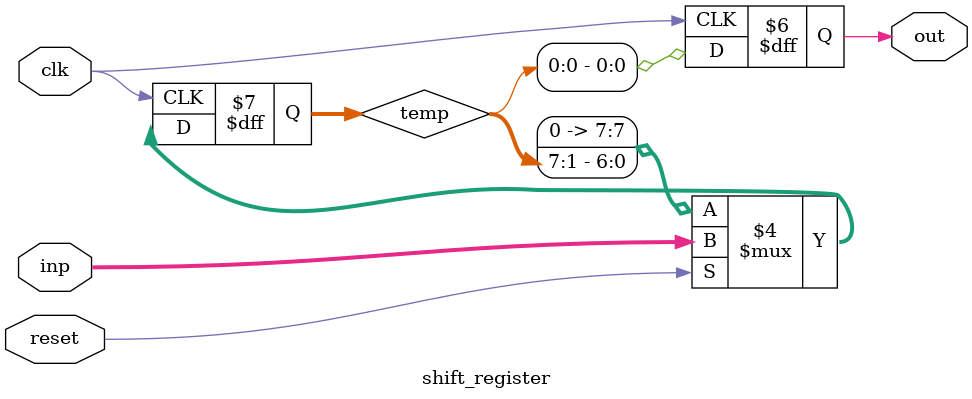
<source format=v>
`timescale 1ns / 1ps

module shift_register (
    input[7:0] inp,
    output reg out,
    input clk,
    input reset
);

	reg[7:0] temp; 	// register to store the loaded number

    always @(posedge clk) begin
		if(reset) begin
			temp <= inp; 		// asynchronous load
		end
      	else begin
          	temp <= {1'b0,temp[7:1] };	// right shift
		end      
    end
	always @(posedge clk) begin
		out <= temp[0];		// store the LSB as output
	end

endmodule

</source>
